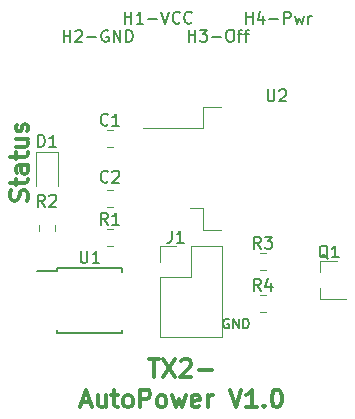
<source format=gbr>
%TF.GenerationSoftware,KiCad,Pcbnew,5.1.9*%
%TF.CreationDate,2021-02-14T15:49:58+01:00*%
%TF.ProjectId,test,74657374-2e6b-4696-9361-645f70636258,rev?*%
%TF.SameCoordinates,Original*%
%TF.FileFunction,Legend,Top*%
%TF.FilePolarity,Positive*%
%FSLAX46Y46*%
G04 Gerber Fmt 4.6, Leading zero omitted, Abs format (unit mm)*
G04 Created by KiCad (PCBNEW 5.1.9) date 2021-02-14 15:49:58*
%MOMM*%
%LPD*%
G01*
G04 APERTURE LIST*
%ADD10C,0.200000*%
%ADD11C,0.300000*%
%ADD12C,0.120000*%
%ADD13C,0.150000*%
G04 APERTURE END LIST*
D10*
X40284476Y-43288000D02*
X40208285Y-43249904D01*
X40094000Y-43249904D01*
X39979714Y-43288000D01*
X39903523Y-43364190D01*
X39865428Y-43440380D01*
X39827333Y-43592761D01*
X39827333Y-43707047D01*
X39865428Y-43859428D01*
X39903523Y-43935619D01*
X39979714Y-44011809D01*
X40094000Y-44049904D01*
X40170190Y-44049904D01*
X40284476Y-44011809D01*
X40322571Y-43973714D01*
X40322571Y-43707047D01*
X40170190Y-43707047D01*
X40665428Y-44049904D02*
X40665428Y-43249904D01*
X41122571Y-44049904D01*
X41122571Y-43249904D01*
X41503523Y-44049904D02*
X41503523Y-43249904D01*
X41694000Y-43249904D01*
X41808285Y-43288000D01*
X41884476Y-43364190D01*
X41922571Y-43440380D01*
X41960666Y-43592761D01*
X41960666Y-43707047D01*
X41922571Y-43859428D01*
X41884476Y-43935619D01*
X41808285Y-44011809D01*
X41694000Y-44049904D01*
X41503523Y-44049904D01*
D11*
X33536285Y-46671571D02*
X34393428Y-46671571D01*
X33964857Y-48171571D02*
X33964857Y-46671571D01*
X34750571Y-46671571D02*
X35750571Y-48171571D01*
X35750571Y-46671571D02*
X34750571Y-48171571D01*
X36250571Y-46814428D02*
X36322000Y-46743000D01*
X36464857Y-46671571D01*
X36822000Y-46671571D01*
X36964857Y-46743000D01*
X37036285Y-46814428D01*
X37107714Y-46957285D01*
X37107714Y-47100142D01*
X37036285Y-47314428D01*
X36179142Y-48171571D01*
X37107714Y-48171571D01*
X37750571Y-47600142D02*
X38893428Y-47600142D01*
X27857714Y-50293000D02*
X28572000Y-50293000D01*
X27714857Y-50721571D02*
X28214857Y-49221571D01*
X28714857Y-50721571D01*
X29857714Y-49721571D02*
X29857714Y-50721571D01*
X29214857Y-49721571D02*
X29214857Y-50507285D01*
X29286285Y-50650142D01*
X29429142Y-50721571D01*
X29643428Y-50721571D01*
X29786285Y-50650142D01*
X29857714Y-50578714D01*
X30357714Y-49721571D02*
X30929142Y-49721571D01*
X30572000Y-49221571D02*
X30572000Y-50507285D01*
X30643428Y-50650142D01*
X30786285Y-50721571D01*
X30929142Y-50721571D01*
X31643428Y-50721571D02*
X31500571Y-50650142D01*
X31429142Y-50578714D01*
X31357714Y-50435857D01*
X31357714Y-50007285D01*
X31429142Y-49864428D01*
X31500571Y-49793000D01*
X31643428Y-49721571D01*
X31857714Y-49721571D01*
X32000571Y-49793000D01*
X32072000Y-49864428D01*
X32143428Y-50007285D01*
X32143428Y-50435857D01*
X32072000Y-50578714D01*
X32000571Y-50650142D01*
X31857714Y-50721571D01*
X31643428Y-50721571D01*
X32786285Y-50721571D02*
X32786285Y-49221571D01*
X33357714Y-49221571D01*
X33500571Y-49293000D01*
X33572000Y-49364428D01*
X33643428Y-49507285D01*
X33643428Y-49721571D01*
X33572000Y-49864428D01*
X33500571Y-49935857D01*
X33357714Y-50007285D01*
X32786285Y-50007285D01*
X34500571Y-50721571D02*
X34357714Y-50650142D01*
X34286285Y-50578714D01*
X34214857Y-50435857D01*
X34214857Y-50007285D01*
X34286285Y-49864428D01*
X34357714Y-49793000D01*
X34500571Y-49721571D01*
X34714857Y-49721571D01*
X34857714Y-49793000D01*
X34929142Y-49864428D01*
X35000571Y-50007285D01*
X35000571Y-50435857D01*
X34929142Y-50578714D01*
X34857714Y-50650142D01*
X34714857Y-50721571D01*
X34500571Y-50721571D01*
X35500571Y-49721571D02*
X35786285Y-50721571D01*
X36072000Y-50007285D01*
X36357714Y-50721571D01*
X36643428Y-49721571D01*
X37786285Y-50650142D02*
X37643428Y-50721571D01*
X37357714Y-50721571D01*
X37214857Y-50650142D01*
X37143428Y-50507285D01*
X37143428Y-49935857D01*
X37214857Y-49793000D01*
X37357714Y-49721571D01*
X37643428Y-49721571D01*
X37786285Y-49793000D01*
X37857714Y-49935857D01*
X37857714Y-50078714D01*
X37143428Y-50221571D01*
X38500571Y-50721571D02*
X38500571Y-49721571D01*
X38500571Y-50007285D02*
X38572000Y-49864428D01*
X38643428Y-49793000D01*
X38786285Y-49721571D01*
X38929142Y-49721571D01*
X40357714Y-49221571D02*
X40857714Y-50721571D01*
X41357714Y-49221571D01*
X42643428Y-50721571D02*
X41786285Y-50721571D01*
X42214857Y-50721571D02*
X42214857Y-49221571D01*
X42072000Y-49435857D01*
X41929142Y-49578714D01*
X41786285Y-49650142D01*
X43286285Y-50578714D02*
X43357714Y-50650142D01*
X43286285Y-50721571D01*
X43214857Y-50650142D01*
X43286285Y-50578714D01*
X43286285Y-50721571D01*
X44286285Y-49221571D02*
X44429142Y-49221571D01*
X44572000Y-49293000D01*
X44643428Y-49364428D01*
X44714857Y-49507285D01*
X44786285Y-49793000D01*
X44786285Y-50150142D01*
X44714857Y-50435857D01*
X44643428Y-50578714D01*
X44572000Y-50650142D01*
X44429142Y-50721571D01*
X44286285Y-50721571D01*
X44143428Y-50650142D01*
X44072000Y-50578714D01*
X44000571Y-50435857D01*
X43929142Y-50150142D01*
X43929142Y-49793000D01*
X44000571Y-49507285D01*
X44072000Y-49364428D01*
X44143428Y-49293000D01*
X44286285Y-49221571D01*
X23213142Y-33222000D02*
X23284571Y-33007714D01*
X23284571Y-32650571D01*
X23213142Y-32507714D01*
X23141714Y-32436285D01*
X22998857Y-32364857D01*
X22856000Y-32364857D01*
X22713142Y-32436285D01*
X22641714Y-32507714D01*
X22570285Y-32650571D01*
X22498857Y-32936285D01*
X22427428Y-33079142D01*
X22356000Y-33150571D01*
X22213142Y-33222000D01*
X22070285Y-33222000D01*
X21927428Y-33150571D01*
X21856000Y-33079142D01*
X21784571Y-32936285D01*
X21784571Y-32579142D01*
X21856000Y-32364857D01*
X22284571Y-31936285D02*
X22284571Y-31364857D01*
X21784571Y-31722000D02*
X23070285Y-31722000D01*
X23213142Y-31650571D01*
X23284571Y-31507714D01*
X23284571Y-31364857D01*
X23284571Y-30222000D02*
X22498857Y-30222000D01*
X22356000Y-30293428D01*
X22284571Y-30436285D01*
X22284571Y-30722000D01*
X22356000Y-30864857D01*
X23213142Y-30222000D02*
X23284571Y-30364857D01*
X23284571Y-30722000D01*
X23213142Y-30864857D01*
X23070285Y-30936285D01*
X22927428Y-30936285D01*
X22784571Y-30864857D01*
X22713142Y-30722000D01*
X22713142Y-30364857D01*
X22641714Y-30222000D01*
X22284571Y-29722000D02*
X22284571Y-29150571D01*
X21784571Y-29507714D02*
X23070285Y-29507714D01*
X23213142Y-29436285D01*
X23284571Y-29293428D01*
X23284571Y-29150571D01*
X22284571Y-28007714D02*
X23284571Y-28007714D01*
X22284571Y-28650571D02*
X23070285Y-28650571D01*
X23213142Y-28579142D01*
X23284571Y-28436285D01*
X23284571Y-28222000D01*
X23213142Y-28079142D01*
X23141714Y-28007714D01*
X23213142Y-27364857D02*
X23284571Y-27222000D01*
X23284571Y-26936285D01*
X23213142Y-26793428D01*
X23070285Y-26722000D01*
X22998857Y-26722000D01*
X22856000Y-26793428D01*
X22784571Y-26936285D01*
X22784571Y-27150571D01*
X22713142Y-27293428D01*
X22570285Y-27364857D01*
X22498857Y-27364857D01*
X22356000Y-27293428D01*
X22284571Y-27150571D01*
X22284571Y-26936285D01*
X22356000Y-26793428D01*
D12*
%TO.C,J1*%
X34484000Y-37074800D02*
X35814000Y-37074800D01*
X34484000Y-38404800D02*
X34484000Y-37074800D01*
X37084000Y-37074800D02*
X39684000Y-37074800D01*
X37084000Y-39674800D02*
X37084000Y-37074800D01*
X34484000Y-39674800D02*
X37084000Y-39674800D01*
X39684000Y-37074800D02*
X39684000Y-44814800D01*
X34484000Y-39674800D02*
X34484000Y-44814800D01*
X34484000Y-44814800D02*
X39684000Y-44814800D01*
%TO.C,Q1*%
X48024000Y-38364000D02*
X49484000Y-38364000D01*
X48024000Y-41524000D02*
X50184000Y-41524000D01*
X48024000Y-41524000D02*
X48024000Y-40594000D01*
X48024000Y-38364000D02*
X48024000Y-39294000D01*
%TO.C,R1*%
X30478252Y-37032000D02*
X29955748Y-37032000D01*
X30478252Y-35612000D02*
X29955748Y-35612000D01*
%TO.C,C2*%
X30496252Y-33730000D02*
X29973748Y-33730000D01*
X30496252Y-32310000D02*
X29973748Y-32310000D01*
%TO.C,R4*%
X42918748Y-41200000D02*
X43441252Y-41200000D01*
X42918748Y-42620000D02*
X43441252Y-42620000D01*
%TO.C,R3*%
X43450252Y-39064000D02*
X42927748Y-39064000D01*
X43450252Y-37644000D02*
X42927748Y-37644000D01*
D13*
%TO.C,U1*%
X25766600Y-38951800D02*
X25766600Y-39156800D01*
X31266600Y-38951800D02*
X31266600Y-39251800D01*
X31266600Y-44461800D02*
X31266600Y-44161800D01*
X25766600Y-44461800D02*
X25766600Y-44161800D01*
X25766600Y-38951800D02*
X31266600Y-38951800D01*
X25766600Y-44461800D02*
X31266600Y-44461800D01*
X25766600Y-39156800D02*
X24016600Y-39156800D01*
D12*
%TO.C,U2*%
X38125000Y-33870000D02*
X37025000Y-33870000D01*
X38125000Y-35680000D02*
X38125000Y-33870000D01*
X39625000Y-35680000D02*
X38125000Y-35680000D01*
X38125000Y-27090000D02*
X33000000Y-27090000D01*
X38125000Y-25280000D02*
X38125000Y-27090000D01*
X39625000Y-25280000D02*
X38125000Y-25280000D01*
%TO.C,D1*%
X23932000Y-29128000D02*
X23932000Y-31988000D01*
X25852000Y-29128000D02*
X23932000Y-29128000D01*
X25852000Y-31988000D02*
X25852000Y-29128000D01*
%TO.C,R2*%
X25602000Y-35307748D02*
X25602000Y-35830252D01*
X24182000Y-35307748D02*
X24182000Y-35830252D01*
%TO.C,C1*%
X30496252Y-28650000D02*
X29973748Y-28650000D01*
X30496252Y-27230000D02*
X29973748Y-27230000D01*
%TO.C,J1*%
D13*
X35480666Y-35774380D02*
X35480666Y-36488666D01*
X35433047Y-36631523D01*
X35337809Y-36726761D01*
X35194952Y-36774380D01*
X35099714Y-36774380D01*
X36480666Y-36774380D02*
X35909238Y-36774380D01*
X36194952Y-36774380D02*
X36194952Y-35774380D01*
X36099714Y-35917238D01*
X36004476Y-36012476D01*
X35909238Y-36060095D01*
%TO.C,Q1*%
X48684761Y-38127619D02*
X48589523Y-38080000D01*
X48494285Y-37984761D01*
X48351428Y-37841904D01*
X48256190Y-37794285D01*
X48160952Y-37794285D01*
X48208571Y-38032380D02*
X48113333Y-37984761D01*
X48018095Y-37889523D01*
X47970476Y-37699047D01*
X47970476Y-37365714D01*
X48018095Y-37175238D01*
X48113333Y-37080000D01*
X48208571Y-37032380D01*
X48399047Y-37032380D01*
X48494285Y-37080000D01*
X48589523Y-37175238D01*
X48637142Y-37365714D01*
X48637142Y-37699047D01*
X48589523Y-37889523D01*
X48494285Y-37984761D01*
X48399047Y-38032380D01*
X48208571Y-38032380D01*
X49589523Y-38032380D02*
X49018095Y-38032380D01*
X49303809Y-38032380D02*
X49303809Y-37032380D01*
X49208571Y-37175238D01*
X49113333Y-37270476D01*
X49018095Y-37318095D01*
%TO.C,R1*%
X30059333Y-35250380D02*
X29726000Y-34774190D01*
X29487904Y-35250380D02*
X29487904Y-34250380D01*
X29868857Y-34250380D01*
X29964095Y-34298000D01*
X30011714Y-34345619D01*
X30059333Y-34440857D01*
X30059333Y-34583714D01*
X30011714Y-34678952D01*
X29964095Y-34726571D01*
X29868857Y-34774190D01*
X29487904Y-34774190D01*
X31011714Y-35250380D02*
X30440285Y-35250380D01*
X30726000Y-35250380D02*
X30726000Y-34250380D01*
X30630761Y-34393238D01*
X30535523Y-34488476D01*
X30440285Y-34536095D01*
%TO.C,C2*%
X30059333Y-31599142D02*
X30011714Y-31646761D01*
X29868857Y-31694380D01*
X29773619Y-31694380D01*
X29630761Y-31646761D01*
X29535523Y-31551523D01*
X29487904Y-31456285D01*
X29440285Y-31265809D01*
X29440285Y-31122952D01*
X29487904Y-30932476D01*
X29535523Y-30837238D01*
X29630761Y-30742000D01*
X29773619Y-30694380D01*
X29868857Y-30694380D01*
X30011714Y-30742000D01*
X30059333Y-30789619D01*
X30440285Y-30789619D02*
X30487904Y-30742000D01*
X30583142Y-30694380D01*
X30821238Y-30694380D01*
X30916476Y-30742000D01*
X30964095Y-30789619D01*
X31011714Y-30884857D01*
X31011714Y-30980095D01*
X30964095Y-31122952D01*
X30392666Y-31694380D01*
X31011714Y-31694380D01*
%TO.C,R4*%
X43013333Y-40838380D02*
X42680000Y-40362190D01*
X42441904Y-40838380D02*
X42441904Y-39838380D01*
X42822857Y-39838380D01*
X42918095Y-39886000D01*
X42965714Y-39933619D01*
X43013333Y-40028857D01*
X43013333Y-40171714D01*
X42965714Y-40266952D01*
X42918095Y-40314571D01*
X42822857Y-40362190D01*
X42441904Y-40362190D01*
X43870476Y-40171714D02*
X43870476Y-40838380D01*
X43632380Y-39790761D02*
X43394285Y-40505047D01*
X44013333Y-40505047D01*
%TO.C,R3*%
X43013333Y-37282380D02*
X42680000Y-36806190D01*
X42441904Y-37282380D02*
X42441904Y-36282380D01*
X42822857Y-36282380D01*
X42918095Y-36330000D01*
X42965714Y-36377619D01*
X43013333Y-36472857D01*
X43013333Y-36615714D01*
X42965714Y-36710952D01*
X42918095Y-36758571D01*
X42822857Y-36806190D01*
X42441904Y-36806190D01*
X43346666Y-36282380D02*
X43965714Y-36282380D01*
X43632380Y-36663333D01*
X43775238Y-36663333D01*
X43870476Y-36710952D01*
X43918095Y-36758571D01*
X43965714Y-36853809D01*
X43965714Y-37091904D01*
X43918095Y-37187142D01*
X43870476Y-37234761D01*
X43775238Y-37282380D01*
X43489523Y-37282380D01*
X43394285Y-37234761D01*
X43346666Y-37187142D01*
%TO.C,U1*%
X27754695Y-37479180D02*
X27754695Y-38288704D01*
X27802314Y-38383942D01*
X27849933Y-38431561D01*
X27945171Y-38479180D01*
X28135647Y-38479180D01*
X28230885Y-38431561D01*
X28278504Y-38383942D01*
X28326123Y-38288704D01*
X28326123Y-37479180D01*
X29326123Y-38479180D02*
X28754695Y-38479180D01*
X29040409Y-38479180D02*
X29040409Y-37479180D01*
X28945171Y-37622038D01*
X28849933Y-37717276D01*
X28754695Y-37764895D01*
%TO.C,H4-Pwr*%
X41735714Y-18232380D02*
X41735714Y-17232380D01*
X41735714Y-17708571D02*
X42307142Y-17708571D01*
X42307142Y-18232380D02*
X42307142Y-17232380D01*
X43211904Y-17565714D02*
X43211904Y-18232380D01*
X42973809Y-17184761D02*
X42735714Y-17899047D01*
X43354761Y-17899047D01*
X43735714Y-17851428D02*
X44497619Y-17851428D01*
X44973809Y-18232380D02*
X44973809Y-17232380D01*
X45354761Y-17232380D01*
X45450000Y-17280000D01*
X45497619Y-17327619D01*
X45545238Y-17422857D01*
X45545238Y-17565714D01*
X45497619Y-17660952D01*
X45450000Y-17708571D01*
X45354761Y-17756190D01*
X44973809Y-17756190D01*
X45878571Y-17565714D02*
X46069047Y-18232380D01*
X46259523Y-17756190D01*
X46450000Y-18232380D01*
X46640476Y-17565714D01*
X47021428Y-18232380D02*
X47021428Y-17565714D01*
X47021428Y-17756190D02*
X47069047Y-17660952D01*
X47116666Y-17613333D01*
X47211904Y-17565714D01*
X47307142Y-17565714D01*
%TO.C,H3-Off*%
X36893809Y-19756380D02*
X36893809Y-18756380D01*
X36893809Y-19232571D02*
X37465238Y-19232571D01*
X37465238Y-19756380D02*
X37465238Y-18756380D01*
X37846190Y-18756380D02*
X38465238Y-18756380D01*
X38131904Y-19137333D01*
X38274761Y-19137333D01*
X38370000Y-19184952D01*
X38417619Y-19232571D01*
X38465238Y-19327809D01*
X38465238Y-19565904D01*
X38417619Y-19661142D01*
X38370000Y-19708761D01*
X38274761Y-19756380D01*
X37989047Y-19756380D01*
X37893809Y-19708761D01*
X37846190Y-19661142D01*
X38893809Y-19375428D02*
X39655714Y-19375428D01*
X40322380Y-18756380D02*
X40512857Y-18756380D01*
X40608095Y-18804000D01*
X40703333Y-18899238D01*
X40750952Y-19089714D01*
X40750952Y-19423047D01*
X40703333Y-19613523D01*
X40608095Y-19708761D01*
X40512857Y-19756380D01*
X40322380Y-19756380D01*
X40227142Y-19708761D01*
X40131904Y-19613523D01*
X40084285Y-19423047D01*
X40084285Y-19089714D01*
X40131904Y-18899238D01*
X40227142Y-18804000D01*
X40322380Y-18756380D01*
X41036666Y-19089714D02*
X41417619Y-19089714D01*
X41179523Y-19756380D02*
X41179523Y-18899238D01*
X41227142Y-18804000D01*
X41322380Y-18756380D01*
X41417619Y-18756380D01*
X41608095Y-19089714D02*
X41989047Y-19089714D01*
X41750952Y-19756380D02*
X41750952Y-18899238D01*
X41798571Y-18804000D01*
X41893809Y-18756380D01*
X41989047Y-18756380D01*
%TO.C,H2-GND*%
X26305238Y-19792380D02*
X26305238Y-18792380D01*
X26305238Y-19268571D02*
X26876666Y-19268571D01*
X26876666Y-19792380D02*
X26876666Y-18792380D01*
X27305238Y-18887619D02*
X27352857Y-18840000D01*
X27448095Y-18792380D01*
X27686190Y-18792380D01*
X27781428Y-18840000D01*
X27829047Y-18887619D01*
X27876666Y-18982857D01*
X27876666Y-19078095D01*
X27829047Y-19220952D01*
X27257619Y-19792380D01*
X27876666Y-19792380D01*
X28305238Y-19411428D02*
X29067142Y-19411428D01*
X30067142Y-18840000D02*
X29971904Y-18792380D01*
X29829047Y-18792380D01*
X29686190Y-18840000D01*
X29590952Y-18935238D01*
X29543333Y-19030476D01*
X29495714Y-19220952D01*
X29495714Y-19363809D01*
X29543333Y-19554285D01*
X29590952Y-19649523D01*
X29686190Y-19744761D01*
X29829047Y-19792380D01*
X29924285Y-19792380D01*
X30067142Y-19744761D01*
X30114761Y-19697142D01*
X30114761Y-19363809D01*
X29924285Y-19363809D01*
X30543333Y-19792380D02*
X30543333Y-18792380D01*
X31114761Y-19792380D01*
X31114761Y-18792380D01*
X31590952Y-19792380D02*
X31590952Y-18792380D01*
X31829047Y-18792380D01*
X31971904Y-18840000D01*
X32067142Y-18935238D01*
X32114761Y-19030476D01*
X32162380Y-19220952D01*
X32162380Y-19363809D01*
X32114761Y-19554285D01*
X32067142Y-19649523D01*
X31971904Y-19744761D01*
X31829047Y-19792380D01*
X31590952Y-19792380D01*
%TO.C,H1-VCC*%
X31480476Y-18232380D02*
X31480476Y-17232380D01*
X31480476Y-17708571D02*
X32051904Y-17708571D01*
X32051904Y-18232380D02*
X32051904Y-17232380D01*
X33051904Y-18232380D02*
X32480476Y-18232380D01*
X32766190Y-18232380D02*
X32766190Y-17232380D01*
X32670952Y-17375238D01*
X32575714Y-17470476D01*
X32480476Y-17518095D01*
X33480476Y-17851428D02*
X34242380Y-17851428D01*
X34575714Y-17232380D02*
X34909047Y-18232380D01*
X35242380Y-17232380D01*
X36147142Y-18137142D02*
X36099523Y-18184761D01*
X35956666Y-18232380D01*
X35861428Y-18232380D01*
X35718571Y-18184761D01*
X35623333Y-18089523D01*
X35575714Y-17994285D01*
X35528095Y-17803809D01*
X35528095Y-17660952D01*
X35575714Y-17470476D01*
X35623333Y-17375238D01*
X35718571Y-17280000D01*
X35861428Y-17232380D01*
X35956666Y-17232380D01*
X36099523Y-17280000D01*
X36147142Y-17327619D01*
X37147142Y-18137142D02*
X37099523Y-18184761D01*
X36956666Y-18232380D01*
X36861428Y-18232380D01*
X36718571Y-18184761D01*
X36623333Y-18089523D01*
X36575714Y-17994285D01*
X36528095Y-17803809D01*
X36528095Y-17660952D01*
X36575714Y-17470476D01*
X36623333Y-17375238D01*
X36718571Y-17280000D01*
X36861428Y-17232380D01*
X36956666Y-17232380D01*
X37099523Y-17280000D01*
X37147142Y-17327619D01*
%TO.C,U2*%
X43573095Y-23817380D02*
X43573095Y-24626904D01*
X43620714Y-24722142D01*
X43668333Y-24769761D01*
X43763571Y-24817380D01*
X43954047Y-24817380D01*
X44049285Y-24769761D01*
X44096904Y-24722142D01*
X44144523Y-24626904D01*
X44144523Y-23817380D01*
X44573095Y-23912619D02*
X44620714Y-23865000D01*
X44715952Y-23817380D01*
X44954047Y-23817380D01*
X45049285Y-23865000D01*
X45096904Y-23912619D01*
X45144523Y-24007857D01*
X45144523Y-24103095D01*
X45096904Y-24245952D01*
X44525476Y-24817380D01*
X45144523Y-24817380D01*
%TO.C,D1*%
X24153904Y-28655380D02*
X24153904Y-27655380D01*
X24392000Y-27655380D01*
X24534857Y-27703000D01*
X24630095Y-27798238D01*
X24677714Y-27893476D01*
X24725333Y-28083952D01*
X24725333Y-28226809D01*
X24677714Y-28417285D01*
X24630095Y-28512523D01*
X24534857Y-28607761D01*
X24392000Y-28655380D01*
X24153904Y-28655380D01*
X25677714Y-28655380D02*
X25106285Y-28655380D01*
X25392000Y-28655380D02*
X25392000Y-27655380D01*
X25296761Y-27798238D01*
X25201523Y-27893476D01*
X25106285Y-27941095D01*
%TO.C,R2*%
X24725333Y-33726380D02*
X24392000Y-33250190D01*
X24153904Y-33726380D02*
X24153904Y-32726380D01*
X24534857Y-32726380D01*
X24630095Y-32774000D01*
X24677714Y-32821619D01*
X24725333Y-32916857D01*
X24725333Y-33059714D01*
X24677714Y-33154952D01*
X24630095Y-33202571D01*
X24534857Y-33250190D01*
X24153904Y-33250190D01*
X25106285Y-32821619D02*
X25153904Y-32774000D01*
X25249142Y-32726380D01*
X25487238Y-32726380D01*
X25582476Y-32774000D01*
X25630095Y-32821619D01*
X25677714Y-32916857D01*
X25677714Y-33012095D01*
X25630095Y-33154952D01*
X25058666Y-33726380D01*
X25677714Y-33726380D01*
%TO.C,C1*%
X30059333Y-26773142D02*
X30011714Y-26820761D01*
X29868857Y-26868380D01*
X29773619Y-26868380D01*
X29630761Y-26820761D01*
X29535523Y-26725523D01*
X29487904Y-26630285D01*
X29440285Y-26439809D01*
X29440285Y-26296952D01*
X29487904Y-26106476D01*
X29535523Y-26011238D01*
X29630761Y-25916000D01*
X29773619Y-25868380D01*
X29868857Y-25868380D01*
X30011714Y-25916000D01*
X30059333Y-25963619D01*
X31011714Y-26868380D02*
X30440285Y-26868380D01*
X30726000Y-26868380D02*
X30726000Y-25868380D01*
X30630761Y-26011238D01*
X30535523Y-26106476D01*
X30440285Y-26154095D01*
%TD*%
M02*

</source>
